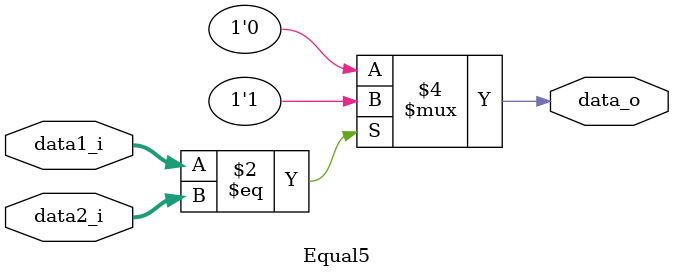
<source format=v>
module Equal5
(
    data1_i, data2_i,
    data_o
);

input   [4:0]   data1_i, data2_i;
output  reg     data_o;

always@(data1_i or data2_i) begin
    if(data1_i==data2_i)
        data_o = 1;
    else
        data_o = 0;
end

endmodule


</source>
